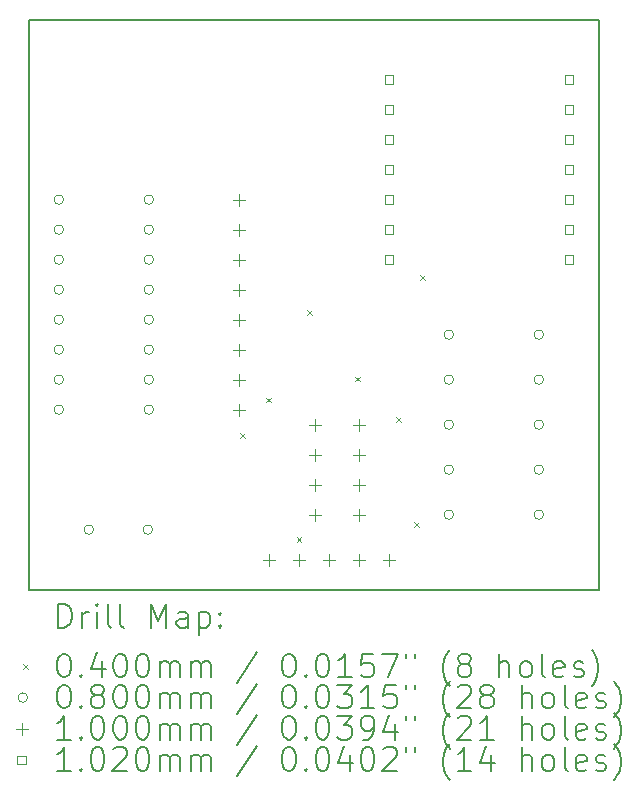
<source format=gbr>
%TF.GenerationSoftware,KiCad,Pcbnew,7.0.7*%
%TF.CreationDate,2024-02-28T11:46:21+01:00*%
%TF.ProjectId,brick_test,62726963-6b5f-4746-9573-742e6b696361,rev?*%
%TF.SameCoordinates,Original*%
%TF.FileFunction,Drillmap*%
%TF.FilePolarity,Positive*%
%FSLAX45Y45*%
G04 Gerber Fmt 4.5, Leading zero omitted, Abs format (unit mm)*
G04 Created by KiCad (PCBNEW 7.0.7) date 2024-02-28 11:46:21*
%MOMM*%
%LPD*%
G01*
G04 APERTURE LIST*
%ADD10C,0.200000*%
%ADD11C,0.040000*%
%ADD12C,0.080000*%
%ADD13C,0.100000*%
%ADD14C,0.102000*%
G04 APERTURE END LIST*
D10*
X2794000Y-2794000D02*
X7620000Y-2794000D01*
X7620000Y-7620000D01*
X2794000Y-7620000D01*
X2794000Y-2794000D01*
D11*
X4586090Y-6296280D02*
X4626090Y-6336280D01*
X4626090Y-6296280D02*
X4586090Y-6336280D01*
X4806360Y-5993610D02*
X4846360Y-6033610D01*
X4846360Y-5993610D02*
X4806360Y-6033610D01*
X5061560Y-7178270D02*
X5101560Y-7218270D01*
X5101560Y-7178270D02*
X5061560Y-7218270D01*
X5153270Y-5252650D02*
X5193270Y-5292650D01*
X5193270Y-5252650D02*
X5153270Y-5292650D01*
X5559780Y-5815720D02*
X5599780Y-5855720D01*
X5599780Y-5815720D02*
X5559780Y-5855720D01*
X5903760Y-6162270D02*
X5943760Y-6202270D01*
X5943760Y-6162270D02*
X5903760Y-6202270D01*
X6057540Y-7046560D02*
X6097540Y-7086560D01*
X6097540Y-7046560D02*
X6057540Y-7086560D01*
X6104910Y-4957400D02*
X6144910Y-4997400D01*
X6144910Y-4957400D02*
X6104910Y-4997400D01*
D12*
X3088000Y-4318000D02*
G75*
G03*
X3088000Y-4318000I-40000J0D01*
G01*
X3088000Y-4572000D02*
G75*
G03*
X3088000Y-4572000I-40000J0D01*
G01*
X3088000Y-4826000D02*
G75*
G03*
X3088000Y-4826000I-40000J0D01*
G01*
X3088000Y-5080000D02*
G75*
G03*
X3088000Y-5080000I-40000J0D01*
G01*
X3088000Y-5334000D02*
G75*
G03*
X3088000Y-5334000I-40000J0D01*
G01*
X3088000Y-5588000D02*
G75*
G03*
X3088000Y-5588000I-40000J0D01*
G01*
X3088000Y-5842000D02*
G75*
G03*
X3088000Y-5842000I-40000J0D01*
G01*
X3088000Y-6096000D02*
G75*
G03*
X3088000Y-6096000I-40000J0D01*
G01*
X3342000Y-7112000D02*
G75*
G03*
X3342000Y-7112000I-40000J0D01*
G01*
X3842000Y-7112000D02*
G75*
G03*
X3842000Y-7112000I-40000J0D01*
G01*
X3850000Y-4318000D02*
G75*
G03*
X3850000Y-4318000I-40000J0D01*
G01*
X3850000Y-4572000D02*
G75*
G03*
X3850000Y-4572000I-40000J0D01*
G01*
X3850000Y-4826000D02*
G75*
G03*
X3850000Y-4826000I-40000J0D01*
G01*
X3850000Y-5080000D02*
G75*
G03*
X3850000Y-5080000I-40000J0D01*
G01*
X3850000Y-5334000D02*
G75*
G03*
X3850000Y-5334000I-40000J0D01*
G01*
X3850000Y-5588000D02*
G75*
G03*
X3850000Y-5588000I-40000J0D01*
G01*
X3850000Y-5842000D02*
G75*
G03*
X3850000Y-5842000I-40000J0D01*
G01*
X3850000Y-6096000D02*
G75*
G03*
X3850000Y-6096000I-40000J0D01*
G01*
X6390000Y-5461000D02*
G75*
G03*
X6390000Y-5461000I-40000J0D01*
G01*
X6390000Y-5842000D02*
G75*
G03*
X6390000Y-5842000I-40000J0D01*
G01*
X6390000Y-6223000D02*
G75*
G03*
X6390000Y-6223000I-40000J0D01*
G01*
X6390000Y-6604000D02*
G75*
G03*
X6390000Y-6604000I-40000J0D01*
G01*
X6390000Y-6985000D02*
G75*
G03*
X6390000Y-6985000I-40000J0D01*
G01*
X7152000Y-5461000D02*
G75*
G03*
X7152000Y-5461000I-40000J0D01*
G01*
X7152000Y-5842000D02*
G75*
G03*
X7152000Y-5842000I-40000J0D01*
G01*
X7152000Y-6223000D02*
G75*
G03*
X7152000Y-6223000I-40000J0D01*
G01*
X7152000Y-6604000D02*
G75*
G03*
X7152000Y-6604000I-40000J0D01*
G01*
X7152000Y-6985000D02*
G75*
G03*
X7152000Y-6985000I-40000J0D01*
G01*
D13*
X4572000Y-4268000D02*
X4572000Y-4368000D01*
X4522000Y-4318000D02*
X4622000Y-4318000D01*
X4572000Y-4522000D02*
X4572000Y-4622000D01*
X4522000Y-4572000D02*
X4622000Y-4572000D01*
X4572000Y-4776000D02*
X4572000Y-4876000D01*
X4522000Y-4826000D02*
X4622000Y-4826000D01*
X4572000Y-5030000D02*
X4572000Y-5130000D01*
X4522000Y-5080000D02*
X4622000Y-5080000D01*
X4572000Y-5284000D02*
X4572000Y-5384000D01*
X4522000Y-5334000D02*
X4622000Y-5334000D01*
X4572000Y-5538000D02*
X4572000Y-5638000D01*
X4522000Y-5588000D02*
X4622000Y-5588000D01*
X4572000Y-5792000D02*
X4572000Y-5892000D01*
X4522000Y-5842000D02*
X4622000Y-5842000D01*
X4572000Y-6046000D02*
X4572000Y-6146000D01*
X4522000Y-6096000D02*
X4622000Y-6096000D01*
X4826000Y-7316000D02*
X4826000Y-7416000D01*
X4776000Y-7366000D02*
X4876000Y-7366000D01*
X5080000Y-7316000D02*
X5080000Y-7416000D01*
X5030000Y-7366000D02*
X5130000Y-7366000D01*
X5214670Y-6173000D02*
X5214670Y-6273000D01*
X5164670Y-6223000D02*
X5264670Y-6223000D01*
X5214670Y-6427000D02*
X5214670Y-6527000D01*
X5164670Y-6477000D02*
X5264670Y-6477000D01*
X5214670Y-6681000D02*
X5214670Y-6781000D01*
X5164670Y-6731000D02*
X5264670Y-6731000D01*
X5214670Y-6935000D02*
X5214670Y-7035000D01*
X5164670Y-6985000D02*
X5264670Y-6985000D01*
X5334000Y-7316000D02*
X5334000Y-7416000D01*
X5284000Y-7366000D02*
X5384000Y-7366000D01*
X5588000Y-6173000D02*
X5588000Y-6273000D01*
X5538000Y-6223000D02*
X5638000Y-6223000D01*
X5588000Y-6427000D02*
X5588000Y-6527000D01*
X5538000Y-6477000D02*
X5638000Y-6477000D01*
X5588000Y-6681000D02*
X5588000Y-6781000D01*
X5538000Y-6731000D02*
X5638000Y-6731000D01*
X5588000Y-6935000D02*
X5588000Y-7035000D01*
X5538000Y-6985000D02*
X5638000Y-6985000D01*
X5588000Y-7316000D02*
X5588000Y-7416000D01*
X5538000Y-7366000D02*
X5638000Y-7366000D01*
X5842000Y-7316000D02*
X5842000Y-7416000D01*
X5792000Y-7366000D02*
X5892000Y-7366000D01*
D14*
X5878063Y-3338063D02*
X5878063Y-3265937D01*
X5805937Y-3265937D01*
X5805937Y-3338063D01*
X5878063Y-3338063D01*
X5878063Y-3592063D02*
X5878063Y-3519937D01*
X5805937Y-3519937D01*
X5805937Y-3592063D01*
X5878063Y-3592063D01*
X5878063Y-3846063D02*
X5878063Y-3773937D01*
X5805937Y-3773937D01*
X5805937Y-3846063D01*
X5878063Y-3846063D01*
X5878063Y-4100063D02*
X5878063Y-4027937D01*
X5805937Y-4027937D01*
X5805937Y-4100063D01*
X5878063Y-4100063D01*
X5878063Y-4354063D02*
X5878063Y-4281937D01*
X5805937Y-4281937D01*
X5805937Y-4354063D01*
X5878063Y-4354063D01*
X5878063Y-4608063D02*
X5878063Y-4535937D01*
X5805937Y-4535937D01*
X5805937Y-4608063D01*
X5878063Y-4608063D01*
X5878063Y-4862063D02*
X5878063Y-4789937D01*
X5805937Y-4789937D01*
X5805937Y-4862063D01*
X5878063Y-4862063D01*
X7402063Y-3338063D02*
X7402063Y-3265937D01*
X7329937Y-3265937D01*
X7329937Y-3338063D01*
X7402063Y-3338063D01*
X7402063Y-3592063D02*
X7402063Y-3519937D01*
X7329937Y-3519937D01*
X7329937Y-3592063D01*
X7402063Y-3592063D01*
X7402063Y-3846063D02*
X7402063Y-3773937D01*
X7329937Y-3773937D01*
X7329937Y-3846063D01*
X7402063Y-3846063D01*
X7402063Y-4100063D02*
X7402063Y-4027937D01*
X7329937Y-4027937D01*
X7329937Y-4100063D01*
X7402063Y-4100063D01*
X7402063Y-4354063D02*
X7402063Y-4281937D01*
X7329937Y-4281937D01*
X7329937Y-4354063D01*
X7402063Y-4354063D01*
X7402063Y-4608063D02*
X7402063Y-4535937D01*
X7329937Y-4535937D01*
X7329937Y-4608063D01*
X7402063Y-4608063D01*
X7402063Y-4862063D02*
X7402063Y-4789937D01*
X7329937Y-4789937D01*
X7329937Y-4862063D01*
X7402063Y-4862063D01*
D10*
X3044777Y-7941484D02*
X3044777Y-7741484D01*
X3044777Y-7741484D02*
X3092396Y-7741484D01*
X3092396Y-7741484D02*
X3120967Y-7751008D01*
X3120967Y-7751008D02*
X3140015Y-7770055D01*
X3140015Y-7770055D02*
X3149539Y-7789103D01*
X3149539Y-7789103D02*
X3159062Y-7827198D01*
X3159062Y-7827198D02*
X3159062Y-7855769D01*
X3159062Y-7855769D02*
X3149539Y-7893865D01*
X3149539Y-7893865D02*
X3140015Y-7912912D01*
X3140015Y-7912912D02*
X3120967Y-7931960D01*
X3120967Y-7931960D02*
X3092396Y-7941484D01*
X3092396Y-7941484D02*
X3044777Y-7941484D01*
X3244777Y-7941484D02*
X3244777Y-7808150D01*
X3244777Y-7846246D02*
X3254301Y-7827198D01*
X3254301Y-7827198D02*
X3263824Y-7817674D01*
X3263824Y-7817674D02*
X3282872Y-7808150D01*
X3282872Y-7808150D02*
X3301920Y-7808150D01*
X3368586Y-7941484D02*
X3368586Y-7808150D01*
X3368586Y-7741484D02*
X3359062Y-7751008D01*
X3359062Y-7751008D02*
X3368586Y-7760531D01*
X3368586Y-7760531D02*
X3378110Y-7751008D01*
X3378110Y-7751008D02*
X3368586Y-7741484D01*
X3368586Y-7741484D02*
X3368586Y-7760531D01*
X3492396Y-7941484D02*
X3473348Y-7931960D01*
X3473348Y-7931960D02*
X3463824Y-7912912D01*
X3463824Y-7912912D02*
X3463824Y-7741484D01*
X3597158Y-7941484D02*
X3578110Y-7931960D01*
X3578110Y-7931960D02*
X3568586Y-7912912D01*
X3568586Y-7912912D02*
X3568586Y-7741484D01*
X3825729Y-7941484D02*
X3825729Y-7741484D01*
X3825729Y-7741484D02*
X3892396Y-7884341D01*
X3892396Y-7884341D02*
X3959062Y-7741484D01*
X3959062Y-7741484D02*
X3959062Y-7941484D01*
X4140015Y-7941484D02*
X4140015Y-7836722D01*
X4140015Y-7836722D02*
X4130491Y-7817674D01*
X4130491Y-7817674D02*
X4111443Y-7808150D01*
X4111443Y-7808150D02*
X4073348Y-7808150D01*
X4073348Y-7808150D02*
X4054301Y-7817674D01*
X4140015Y-7931960D02*
X4120967Y-7941484D01*
X4120967Y-7941484D02*
X4073348Y-7941484D01*
X4073348Y-7941484D02*
X4054301Y-7931960D01*
X4054301Y-7931960D02*
X4044777Y-7912912D01*
X4044777Y-7912912D02*
X4044777Y-7893865D01*
X4044777Y-7893865D02*
X4054301Y-7874817D01*
X4054301Y-7874817D02*
X4073348Y-7865293D01*
X4073348Y-7865293D02*
X4120967Y-7865293D01*
X4120967Y-7865293D02*
X4140015Y-7855769D01*
X4235253Y-7808150D02*
X4235253Y-8008150D01*
X4235253Y-7817674D02*
X4254301Y-7808150D01*
X4254301Y-7808150D02*
X4292396Y-7808150D01*
X4292396Y-7808150D02*
X4311444Y-7817674D01*
X4311444Y-7817674D02*
X4320967Y-7827198D01*
X4320967Y-7827198D02*
X4330491Y-7846246D01*
X4330491Y-7846246D02*
X4330491Y-7903388D01*
X4330491Y-7903388D02*
X4320967Y-7922436D01*
X4320967Y-7922436D02*
X4311444Y-7931960D01*
X4311444Y-7931960D02*
X4292396Y-7941484D01*
X4292396Y-7941484D02*
X4254301Y-7941484D01*
X4254301Y-7941484D02*
X4235253Y-7931960D01*
X4416205Y-7922436D02*
X4425729Y-7931960D01*
X4425729Y-7931960D02*
X4416205Y-7941484D01*
X4416205Y-7941484D02*
X4406682Y-7931960D01*
X4406682Y-7931960D02*
X4416205Y-7922436D01*
X4416205Y-7922436D02*
X4416205Y-7941484D01*
X4416205Y-7817674D02*
X4425729Y-7827198D01*
X4425729Y-7827198D02*
X4416205Y-7836722D01*
X4416205Y-7836722D02*
X4406682Y-7827198D01*
X4406682Y-7827198D02*
X4416205Y-7817674D01*
X4416205Y-7817674D02*
X4416205Y-7836722D01*
D11*
X2744000Y-8250000D02*
X2784000Y-8290000D01*
X2784000Y-8250000D02*
X2744000Y-8290000D01*
D10*
X3082872Y-8161484D02*
X3101920Y-8161484D01*
X3101920Y-8161484D02*
X3120967Y-8171008D01*
X3120967Y-8171008D02*
X3130491Y-8180531D01*
X3130491Y-8180531D02*
X3140015Y-8199579D01*
X3140015Y-8199579D02*
X3149539Y-8237674D01*
X3149539Y-8237674D02*
X3149539Y-8285293D01*
X3149539Y-8285293D02*
X3140015Y-8323388D01*
X3140015Y-8323388D02*
X3130491Y-8342436D01*
X3130491Y-8342436D02*
X3120967Y-8351960D01*
X3120967Y-8351960D02*
X3101920Y-8361484D01*
X3101920Y-8361484D02*
X3082872Y-8361484D01*
X3082872Y-8361484D02*
X3063824Y-8351960D01*
X3063824Y-8351960D02*
X3054301Y-8342436D01*
X3054301Y-8342436D02*
X3044777Y-8323388D01*
X3044777Y-8323388D02*
X3035253Y-8285293D01*
X3035253Y-8285293D02*
X3035253Y-8237674D01*
X3035253Y-8237674D02*
X3044777Y-8199579D01*
X3044777Y-8199579D02*
X3054301Y-8180531D01*
X3054301Y-8180531D02*
X3063824Y-8171008D01*
X3063824Y-8171008D02*
X3082872Y-8161484D01*
X3235253Y-8342436D02*
X3244777Y-8351960D01*
X3244777Y-8351960D02*
X3235253Y-8361484D01*
X3235253Y-8361484D02*
X3225729Y-8351960D01*
X3225729Y-8351960D02*
X3235253Y-8342436D01*
X3235253Y-8342436D02*
X3235253Y-8361484D01*
X3416205Y-8228150D02*
X3416205Y-8361484D01*
X3368586Y-8151960D02*
X3320967Y-8294817D01*
X3320967Y-8294817D02*
X3444777Y-8294817D01*
X3559062Y-8161484D02*
X3578110Y-8161484D01*
X3578110Y-8161484D02*
X3597158Y-8171008D01*
X3597158Y-8171008D02*
X3606682Y-8180531D01*
X3606682Y-8180531D02*
X3616205Y-8199579D01*
X3616205Y-8199579D02*
X3625729Y-8237674D01*
X3625729Y-8237674D02*
X3625729Y-8285293D01*
X3625729Y-8285293D02*
X3616205Y-8323388D01*
X3616205Y-8323388D02*
X3606682Y-8342436D01*
X3606682Y-8342436D02*
X3597158Y-8351960D01*
X3597158Y-8351960D02*
X3578110Y-8361484D01*
X3578110Y-8361484D02*
X3559062Y-8361484D01*
X3559062Y-8361484D02*
X3540015Y-8351960D01*
X3540015Y-8351960D02*
X3530491Y-8342436D01*
X3530491Y-8342436D02*
X3520967Y-8323388D01*
X3520967Y-8323388D02*
X3511443Y-8285293D01*
X3511443Y-8285293D02*
X3511443Y-8237674D01*
X3511443Y-8237674D02*
X3520967Y-8199579D01*
X3520967Y-8199579D02*
X3530491Y-8180531D01*
X3530491Y-8180531D02*
X3540015Y-8171008D01*
X3540015Y-8171008D02*
X3559062Y-8161484D01*
X3749539Y-8161484D02*
X3768586Y-8161484D01*
X3768586Y-8161484D02*
X3787634Y-8171008D01*
X3787634Y-8171008D02*
X3797158Y-8180531D01*
X3797158Y-8180531D02*
X3806682Y-8199579D01*
X3806682Y-8199579D02*
X3816205Y-8237674D01*
X3816205Y-8237674D02*
X3816205Y-8285293D01*
X3816205Y-8285293D02*
X3806682Y-8323388D01*
X3806682Y-8323388D02*
X3797158Y-8342436D01*
X3797158Y-8342436D02*
X3787634Y-8351960D01*
X3787634Y-8351960D02*
X3768586Y-8361484D01*
X3768586Y-8361484D02*
X3749539Y-8361484D01*
X3749539Y-8361484D02*
X3730491Y-8351960D01*
X3730491Y-8351960D02*
X3720967Y-8342436D01*
X3720967Y-8342436D02*
X3711443Y-8323388D01*
X3711443Y-8323388D02*
X3701920Y-8285293D01*
X3701920Y-8285293D02*
X3701920Y-8237674D01*
X3701920Y-8237674D02*
X3711443Y-8199579D01*
X3711443Y-8199579D02*
X3720967Y-8180531D01*
X3720967Y-8180531D02*
X3730491Y-8171008D01*
X3730491Y-8171008D02*
X3749539Y-8161484D01*
X3901920Y-8361484D02*
X3901920Y-8228150D01*
X3901920Y-8247198D02*
X3911443Y-8237674D01*
X3911443Y-8237674D02*
X3930491Y-8228150D01*
X3930491Y-8228150D02*
X3959063Y-8228150D01*
X3959063Y-8228150D02*
X3978110Y-8237674D01*
X3978110Y-8237674D02*
X3987634Y-8256722D01*
X3987634Y-8256722D02*
X3987634Y-8361484D01*
X3987634Y-8256722D02*
X3997158Y-8237674D01*
X3997158Y-8237674D02*
X4016205Y-8228150D01*
X4016205Y-8228150D02*
X4044777Y-8228150D01*
X4044777Y-8228150D02*
X4063824Y-8237674D01*
X4063824Y-8237674D02*
X4073348Y-8256722D01*
X4073348Y-8256722D02*
X4073348Y-8361484D01*
X4168586Y-8361484D02*
X4168586Y-8228150D01*
X4168586Y-8247198D02*
X4178110Y-8237674D01*
X4178110Y-8237674D02*
X4197158Y-8228150D01*
X4197158Y-8228150D02*
X4225729Y-8228150D01*
X4225729Y-8228150D02*
X4244777Y-8237674D01*
X4244777Y-8237674D02*
X4254301Y-8256722D01*
X4254301Y-8256722D02*
X4254301Y-8361484D01*
X4254301Y-8256722D02*
X4263825Y-8237674D01*
X4263825Y-8237674D02*
X4282872Y-8228150D01*
X4282872Y-8228150D02*
X4311444Y-8228150D01*
X4311444Y-8228150D02*
X4330491Y-8237674D01*
X4330491Y-8237674D02*
X4340015Y-8256722D01*
X4340015Y-8256722D02*
X4340015Y-8361484D01*
X4730491Y-8151960D02*
X4559063Y-8409103D01*
X4987634Y-8161484D02*
X5006682Y-8161484D01*
X5006682Y-8161484D02*
X5025729Y-8171008D01*
X5025729Y-8171008D02*
X5035253Y-8180531D01*
X5035253Y-8180531D02*
X5044777Y-8199579D01*
X5044777Y-8199579D02*
X5054301Y-8237674D01*
X5054301Y-8237674D02*
X5054301Y-8285293D01*
X5054301Y-8285293D02*
X5044777Y-8323388D01*
X5044777Y-8323388D02*
X5035253Y-8342436D01*
X5035253Y-8342436D02*
X5025729Y-8351960D01*
X5025729Y-8351960D02*
X5006682Y-8361484D01*
X5006682Y-8361484D02*
X4987634Y-8361484D01*
X4987634Y-8361484D02*
X4968587Y-8351960D01*
X4968587Y-8351960D02*
X4959063Y-8342436D01*
X4959063Y-8342436D02*
X4949539Y-8323388D01*
X4949539Y-8323388D02*
X4940015Y-8285293D01*
X4940015Y-8285293D02*
X4940015Y-8237674D01*
X4940015Y-8237674D02*
X4949539Y-8199579D01*
X4949539Y-8199579D02*
X4959063Y-8180531D01*
X4959063Y-8180531D02*
X4968587Y-8171008D01*
X4968587Y-8171008D02*
X4987634Y-8161484D01*
X5140015Y-8342436D02*
X5149539Y-8351960D01*
X5149539Y-8351960D02*
X5140015Y-8361484D01*
X5140015Y-8361484D02*
X5130491Y-8351960D01*
X5130491Y-8351960D02*
X5140015Y-8342436D01*
X5140015Y-8342436D02*
X5140015Y-8361484D01*
X5273348Y-8161484D02*
X5292396Y-8161484D01*
X5292396Y-8161484D02*
X5311444Y-8171008D01*
X5311444Y-8171008D02*
X5320968Y-8180531D01*
X5320968Y-8180531D02*
X5330491Y-8199579D01*
X5330491Y-8199579D02*
X5340015Y-8237674D01*
X5340015Y-8237674D02*
X5340015Y-8285293D01*
X5340015Y-8285293D02*
X5330491Y-8323388D01*
X5330491Y-8323388D02*
X5320968Y-8342436D01*
X5320968Y-8342436D02*
X5311444Y-8351960D01*
X5311444Y-8351960D02*
X5292396Y-8361484D01*
X5292396Y-8361484D02*
X5273348Y-8361484D01*
X5273348Y-8361484D02*
X5254301Y-8351960D01*
X5254301Y-8351960D02*
X5244777Y-8342436D01*
X5244777Y-8342436D02*
X5235253Y-8323388D01*
X5235253Y-8323388D02*
X5225729Y-8285293D01*
X5225729Y-8285293D02*
X5225729Y-8237674D01*
X5225729Y-8237674D02*
X5235253Y-8199579D01*
X5235253Y-8199579D02*
X5244777Y-8180531D01*
X5244777Y-8180531D02*
X5254301Y-8171008D01*
X5254301Y-8171008D02*
X5273348Y-8161484D01*
X5530491Y-8361484D02*
X5416206Y-8361484D01*
X5473348Y-8361484D02*
X5473348Y-8161484D01*
X5473348Y-8161484D02*
X5454301Y-8190055D01*
X5454301Y-8190055D02*
X5435253Y-8209103D01*
X5435253Y-8209103D02*
X5416206Y-8218627D01*
X5711444Y-8161484D02*
X5616206Y-8161484D01*
X5616206Y-8161484D02*
X5606682Y-8256722D01*
X5606682Y-8256722D02*
X5616206Y-8247198D01*
X5616206Y-8247198D02*
X5635253Y-8237674D01*
X5635253Y-8237674D02*
X5682872Y-8237674D01*
X5682872Y-8237674D02*
X5701920Y-8247198D01*
X5701920Y-8247198D02*
X5711444Y-8256722D01*
X5711444Y-8256722D02*
X5720967Y-8275769D01*
X5720967Y-8275769D02*
X5720967Y-8323388D01*
X5720967Y-8323388D02*
X5711444Y-8342436D01*
X5711444Y-8342436D02*
X5701920Y-8351960D01*
X5701920Y-8351960D02*
X5682872Y-8361484D01*
X5682872Y-8361484D02*
X5635253Y-8361484D01*
X5635253Y-8361484D02*
X5616206Y-8351960D01*
X5616206Y-8351960D02*
X5606682Y-8342436D01*
X5787634Y-8161484D02*
X5920967Y-8161484D01*
X5920967Y-8161484D02*
X5835253Y-8361484D01*
X5987634Y-8161484D02*
X5987634Y-8199579D01*
X6063825Y-8161484D02*
X6063825Y-8199579D01*
X6359063Y-8437674D02*
X6349539Y-8428150D01*
X6349539Y-8428150D02*
X6330491Y-8399579D01*
X6330491Y-8399579D02*
X6320968Y-8380531D01*
X6320968Y-8380531D02*
X6311444Y-8351960D01*
X6311444Y-8351960D02*
X6301920Y-8304341D01*
X6301920Y-8304341D02*
X6301920Y-8266246D01*
X6301920Y-8266246D02*
X6311444Y-8218627D01*
X6311444Y-8218627D02*
X6320968Y-8190055D01*
X6320968Y-8190055D02*
X6330491Y-8171008D01*
X6330491Y-8171008D02*
X6349539Y-8142436D01*
X6349539Y-8142436D02*
X6359063Y-8132912D01*
X6463825Y-8247198D02*
X6444777Y-8237674D01*
X6444777Y-8237674D02*
X6435253Y-8228150D01*
X6435253Y-8228150D02*
X6425729Y-8209103D01*
X6425729Y-8209103D02*
X6425729Y-8199579D01*
X6425729Y-8199579D02*
X6435253Y-8180531D01*
X6435253Y-8180531D02*
X6444777Y-8171008D01*
X6444777Y-8171008D02*
X6463825Y-8161484D01*
X6463825Y-8161484D02*
X6501920Y-8161484D01*
X6501920Y-8161484D02*
X6520968Y-8171008D01*
X6520968Y-8171008D02*
X6530491Y-8180531D01*
X6530491Y-8180531D02*
X6540015Y-8199579D01*
X6540015Y-8199579D02*
X6540015Y-8209103D01*
X6540015Y-8209103D02*
X6530491Y-8228150D01*
X6530491Y-8228150D02*
X6520968Y-8237674D01*
X6520968Y-8237674D02*
X6501920Y-8247198D01*
X6501920Y-8247198D02*
X6463825Y-8247198D01*
X6463825Y-8247198D02*
X6444777Y-8256722D01*
X6444777Y-8256722D02*
X6435253Y-8266246D01*
X6435253Y-8266246D02*
X6425729Y-8285293D01*
X6425729Y-8285293D02*
X6425729Y-8323388D01*
X6425729Y-8323388D02*
X6435253Y-8342436D01*
X6435253Y-8342436D02*
X6444777Y-8351960D01*
X6444777Y-8351960D02*
X6463825Y-8361484D01*
X6463825Y-8361484D02*
X6501920Y-8361484D01*
X6501920Y-8361484D02*
X6520968Y-8351960D01*
X6520968Y-8351960D02*
X6530491Y-8342436D01*
X6530491Y-8342436D02*
X6540015Y-8323388D01*
X6540015Y-8323388D02*
X6540015Y-8285293D01*
X6540015Y-8285293D02*
X6530491Y-8266246D01*
X6530491Y-8266246D02*
X6520968Y-8256722D01*
X6520968Y-8256722D02*
X6501920Y-8247198D01*
X6778110Y-8361484D02*
X6778110Y-8161484D01*
X6863825Y-8361484D02*
X6863825Y-8256722D01*
X6863825Y-8256722D02*
X6854301Y-8237674D01*
X6854301Y-8237674D02*
X6835253Y-8228150D01*
X6835253Y-8228150D02*
X6806682Y-8228150D01*
X6806682Y-8228150D02*
X6787634Y-8237674D01*
X6787634Y-8237674D02*
X6778110Y-8247198D01*
X6987634Y-8361484D02*
X6968587Y-8351960D01*
X6968587Y-8351960D02*
X6959063Y-8342436D01*
X6959063Y-8342436D02*
X6949539Y-8323388D01*
X6949539Y-8323388D02*
X6949539Y-8266246D01*
X6949539Y-8266246D02*
X6959063Y-8247198D01*
X6959063Y-8247198D02*
X6968587Y-8237674D01*
X6968587Y-8237674D02*
X6987634Y-8228150D01*
X6987634Y-8228150D02*
X7016206Y-8228150D01*
X7016206Y-8228150D02*
X7035253Y-8237674D01*
X7035253Y-8237674D02*
X7044777Y-8247198D01*
X7044777Y-8247198D02*
X7054301Y-8266246D01*
X7054301Y-8266246D02*
X7054301Y-8323388D01*
X7054301Y-8323388D02*
X7044777Y-8342436D01*
X7044777Y-8342436D02*
X7035253Y-8351960D01*
X7035253Y-8351960D02*
X7016206Y-8361484D01*
X7016206Y-8361484D02*
X6987634Y-8361484D01*
X7168587Y-8361484D02*
X7149539Y-8351960D01*
X7149539Y-8351960D02*
X7140015Y-8332912D01*
X7140015Y-8332912D02*
X7140015Y-8161484D01*
X7320968Y-8351960D02*
X7301920Y-8361484D01*
X7301920Y-8361484D02*
X7263825Y-8361484D01*
X7263825Y-8361484D02*
X7244777Y-8351960D01*
X7244777Y-8351960D02*
X7235253Y-8332912D01*
X7235253Y-8332912D02*
X7235253Y-8256722D01*
X7235253Y-8256722D02*
X7244777Y-8237674D01*
X7244777Y-8237674D02*
X7263825Y-8228150D01*
X7263825Y-8228150D02*
X7301920Y-8228150D01*
X7301920Y-8228150D02*
X7320968Y-8237674D01*
X7320968Y-8237674D02*
X7330491Y-8256722D01*
X7330491Y-8256722D02*
X7330491Y-8275769D01*
X7330491Y-8275769D02*
X7235253Y-8294817D01*
X7406682Y-8351960D02*
X7425730Y-8361484D01*
X7425730Y-8361484D02*
X7463825Y-8361484D01*
X7463825Y-8361484D02*
X7482872Y-8351960D01*
X7482872Y-8351960D02*
X7492396Y-8332912D01*
X7492396Y-8332912D02*
X7492396Y-8323388D01*
X7492396Y-8323388D02*
X7482872Y-8304341D01*
X7482872Y-8304341D02*
X7463825Y-8294817D01*
X7463825Y-8294817D02*
X7435253Y-8294817D01*
X7435253Y-8294817D02*
X7416206Y-8285293D01*
X7416206Y-8285293D02*
X7406682Y-8266246D01*
X7406682Y-8266246D02*
X7406682Y-8256722D01*
X7406682Y-8256722D02*
X7416206Y-8237674D01*
X7416206Y-8237674D02*
X7435253Y-8228150D01*
X7435253Y-8228150D02*
X7463825Y-8228150D01*
X7463825Y-8228150D02*
X7482872Y-8237674D01*
X7559063Y-8437674D02*
X7568587Y-8428150D01*
X7568587Y-8428150D02*
X7587634Y-8399579D01*
X7587634Y-8399579D02*
X7597158Y-8380531D01*
X7597158Y-8380531D02*
X7606682Y-8351960D01*
X7606682Y-8351960D02*
X7616206Y-8304341D01*
X7616206Y-8304341D02*
X7616206Y-8266246D01*
X7616206Y-8266246D02*
X7606682Y-8218627D01*
X7606682Y-8218627D02*
X7597158Y-8190055D01*
X7597158Y-8190055D02*
X7587634Y-8171008D01*
X7587634Y-8171008D02*
X7568587Y-8142436D01*
X7568587Y-8142436D02*
X7559063Y-8132912D01*
D12*
X2784000Y-8534000D02*
G75*
G03*
X2784000Y-8534000I-40000J0D01*
G01*
D10*
X3082872Y-8425484D02*
X3101920Y-8425484D01*
X3101920Y-8425484D02*
X3120967Y-8435008D01*
X3120967Y-8435008D02*
X3130491Y-8444531D01*
X3130491Y-8444531D02*
X3140015Y-8463579D01*
X3140015Y-8463579D02*
X3149539Y-8501674D01*
X3149539Y-8501674D02*
X3149539Y-8549293D01*
X3149539Y-8549293D02*
X3140015Y-8587389D01*
X3140015Y-8587389D02*
X3130491Y-8606436D01*
X3130491Y-8606436D02*
X3120967Y-8615960D01*
X3120967Y-8615960D02*
X3101920Y-8625484D01*
X3101920Y-8625484D02*
X3082872Y-8625484D01*
X3082872Y-8625484D02*
X3063824Y-8615960D01*
X3063824Y-8615960D02*
X3054301Y-8606436D01*
X3054301Y-8606436D02*
X3044777Y-8587389D01*
X3044777Y-8587389D02*
X3035253Y-8549293D01*
X3035253Y-8549293D02*
X3035253Y-8501674D01*
X3035253Y-8501674D02*
X3044777Y-8463579D01*
X3044777Y-8463579D02*
X3054301Y-8444531D01*
X3054301Y-8444531D02*
X3063824Y-8435008D01*
X3063824Y-8435008D02*
X3082872Y-8425484D01*
X3235253Y-8606436D02*
X3244777Y-8615960D01*
X3244777Y-8615960D02*
X3235253Y-8625484D01*
X3235253Y-8625484D02*
X3225729Y-8615960D01*
X3225729Y-8615960D02*
X3235253Y-8606436D01*
X3235253Y-8606436D02*
X3235253Y-8625484D01*
X3359062Y-8511198D02*
X3340015Y-8501674D01*
X3340015Y-8501674D02*
X3330491Y-8492150D01*
X3330491Y-8492150D02*
X3320967Y-8473103D01*
X3320967Y-8473103D02*
X3320967Y-8463579D01*
X3320967Y-8463579D02*
X3330491Y-8444531D01*
X3330491Y-8444531D02*
X3340015Y-8435008D01*
X3340015Y-8435008D02*
X3359062Y-8425484D01*
X3359062Y-8425484D02*
X3397158Y-8425484D01*
X3397158Y-8425484D02*
X3416205Y-8435008D01*
X3416205Y-8435008D02*
X3425729Y-8444531D01*
X3425729Y-8444531D02*
X3435253Y-8463579D01*
X3435253Y-8463579D02*
X3435253Y-8473103D01*
X3435253Y-8473103D02*
X3425729Y-8492150D01*
X3425729Y-8492150D02*
X3416205Y-8501674D01*
X3416205Y-8501674D02*
X3397158Y-8511198D01*
X3397158Y-8511198D02*
X3359062Y-8511198D01*
X3359062Y-8511198D02*
X3340015Y-8520722D01*
X3340015Y-8520722D02*
X3330491Y-8530246D01*
X3330491Y-8530246D02*
X3320967Y-8549293D01*
X3320967Y-8549293D02*
X3320967Y-8587389D01*
X3320967Y-8587389D02*
X3330491Y-8606436D01*
X3330491Y-8606436D02*
X3340015Y-8615960D01*
X3340015Y-8615960D02*
X3359062Y-8625484D01*
X3359062Y-8625484D02*
X3397158Y-8625484D01*
X3397158Y-8625484D02*
X3416205Y-8615960D01*
X3416205Y-8615960D02*
X3425729Y-8606436D01*
X3425729Y-8606436D02*
X3435253Y-8587389D01*
X3435253Y-8587389D02*
X3435253Y-8549293D01*
X3435253Y-8549293D02*
X3425729Y-8530246D01*
X3425729Y-8530246D02*
X3416205Y-8520722D01*
X3416205Y-8520722D02*
X3397158Y-8511198D01*
X3559062Y-8425484D02*
X3578110Y-8425484D01*
X3578110Y-8425484D02*
X3597158Y-8435008D01*
X3597158Y-8435008D02*
X3606682Y-8444531D01*
X3606682Y-8444531D02*
X3616205Y-8463579D01*
X3616205Y-8463579D02*
X3625729Y-8501674D01*
X3625729Y-8501674D02*
X3625729Y-8549293D01*
X3625729Y-8549293D02*
X3616205Y-8587389D01*
X3616205Y-8587389D02*
X3606682Y-8606436D01*
X3606682Y-8606436D02*
X3597158Y-8615960D01*
X3597158Y-8615960D02*
X3578110Y-8625484D01*
X3578110Y-8625484D02*
X3559062Y-8625484D01*
X3559062Y-8625484D02*
X3540015Y-8615960D01*
X3540015Y-8615960D02*
X3530491Y-8606436D01*
X3530491Y-8606436D02*
X3520967Y-8587389D01*
X3520967Y-8587389D02*
X3511443Y-8549293D01*
X3511443Y-8549293D02*
X3511443Y-8501674D01*
X3511443Y-8501674D02*
X3520967Y-8463579D01*
X3520967Y-8463579D02*
X3530491Y-8444531D01*
X3530491Y-8444531D02*
X3540015Y-8435008D01*
X3540015Y-8435008D02*
X3559062Y-8425484D01*
X3749539Y-8425484D02*
X3768586Y-8425484D01*
X3768586Y-8425484D02*
X3787634Y-8435008D01*
X3787634Y-8435008D02*
X3797158Y-8444531D01*
X3797158Y-8444531D02*
X3806682Y-8463579D01*
X3806682Y-8463579D02*
X3816205Y-8501674D01*
X3816205Y-8501674D02*
X3816205Y-8549293D01*
X3816205Y-8549293D02*
X3806682Y-8587389D01*
X3806682Y-8587389D02*
X3797158Y-8606436D01*
X3797158Y-8606436D02*
X3787634Y-8615960D01*
X3787634Y-8615960D02*
X3768586Y-8625484D01*
X3768586Y-8625484D02*
X3749539Y-8625484D01*
X3749539Y-8625484D02*
X3730491Y-8615960D01*
X3730491Y-8615960D02*
X3720967Y-8606436D01*
X3720967Y-8606436D02*
X3711443Y-8587389D01*
X3711443Y-8587389D02*
X3701920Y-8549293D01*
X3701920Y-8549293D02*
X3701920Y-8501674D01*
X3701920Y-8501674D02*
X3711443Y-8463579D01*
X3711443Y-8463579D02*
X3720967Y-8444531D01*
X3720967Y-8444531D02*
X3730491Y-8435008D01*
X3730491Y-8435008D02*
X3749539Y-8425484D01*
X3901920Y-8625484D02*
X3901920Y-8492150D01*
X3901920Y-8511198D02*
X3911443Y-8501674D01*
X3911443Y-8501674D02*
X3930491Y-8492150D01*
X3930491Y-8492150D02*
X3959063Y-8492150D01*
X3959063Y-8492150D02*
X3978110Y-8501674D01*
X3978110Y-8501674D02*
X3987634Y-8520722D01*
X3987634Y-8520722D02*
X3987634Y-8625484D01*
X3987634Y-8520722D02*
X3997158Y-8501674D01*
X3997158Y-8501674D02*
X4016205Y-8492150D01*
X4016205Y-8492150D02*
X4044777Y-8492150D01*
X4044777Y-8492150D02*
X4063824Y-8501674D01*
X4063824Y-8501674D02*
X4073348Y-8520722D01*
X4073348Y-8520722D02*
X4073348Y-8625484D01*
X4168586Y-8625484D02*
X4168586Y-8492150D01*
X4168586Y-8511198D02*
X4178110Y-8501674D01*
X4178110Y-8501674D02*
X4197158Y-8492150D01*
X4197158Y-8492150D02*
X4225729Y-8492150D01*
X4225729Y-8492150D02*
X4244777Y-8501674D01*
X4244777Y-8501674D02*
X4254301Y-8520722D01*
X4254301Y-8520722D02*
X4254301Y-8625484D01*
X4254301Y-8520722D02*
X4263825Y-8501674D01*
X4263825Y-8501674D02*
X4282872Y-8492150D01*
X4282872Y-8492150D02*
X4311444Y-8492150D01*
X4311444Y-8492150D02*
X4330491Y-8501674D01*
X4330491Y-8501674D02*
X4340015Y-8520722D01*
X4340015Y-8520722D02*
X4340015Y-8625484D01*
X4730491Y-8415960D02*
X4559063Y-8673103D01*
X4987634Y-8425484D02*
X5006682Y-8425484D01*
X5006682Y-8425484D02*
X5025729Y-8435008D01*
X5025729Y-8435008D02*
X5035253Y-8444531D01*
X5035253Y-8444531D02*
X5044777Y-8463579D01*
X5044777Y-8463579D02*
X5054301Y-8501674D01*
X5054301Y-8501674D02*
X5054301Y-8549293D01*
X5054301Y-8549293D02*
X5044777Y-8587389D01*
X5044777Y-8587389D02*
X5035253Y-8606436D01*
X5035253Y-8606436D02*
X5025729Y-8615960D01*
X5025729Y-8615960D02*
X5006682Y-8625484D01*
X5006682Y-8625484D02*
X4987634Y-8625484D01*
X4987634Y-8625484D02*
X4968587Y-8615960D01*
X4968587Y-8615960D02*
X4959063Y-8606436D01*
X4959063Y-8606436D02*
X4949539Y-8587389D01*
X4949539Y-8587389D02*
X4940015Y-8549293D01*
X4940015Y-8549293D02*
X4940015Y-8501674D01*
X4940015Y-8501674D02*
X4949539Y-8463579D01*
X4949539Y-8463579D02*
X4959063Y-8444531D01*
X4959063Y-8444531D02*
X4968587Y-8435008D01*
X4968587Y-8435008D02*
X4987634Y-8425484D01*
X5140015Y-8606436D02*
X5149539Y-8615960D01*
X5149539Y-8615960D02*
X5140015Y-8625484D01*
X5140015Y-8625484D02*
X5130491Y-8615960D01*
X5130491Y-8615960D02*
X5140015Y-8606436D01*
X5140015Y-8606436D02*
X5140015Y-8625484D01*
X5273348Y-8425484D02*
X5292396Y-8425484D01*
X5292396Y-8425484D02*
X5311444Y-8435008D01*
X5311444Y-8435008D02*
X5320968Y-8444531D01*
X5320968Y-8444531D02*
X5330491Y-8463579D01*
X5330491Y-8463579D02*
X5340015Y-8501674D01*
X5340015Y-8501674D02*
X5340015Y-8549293D01*
X5340015Y-8549293D02*
X5330491Y-8587389D01*
X5330491Y-8587389D02*
X5320968Y-8606436D01*
X5320968Y-8606436D02*
X5311444Y-8615960D01*
X5311444Y-8615960D02*
X5292396Y-8625484D01*
X5292396Y-8625484D02*
X5273348Y-8625484D01*
X5273348Y-8625484D02*
X5254301Y-8615960D01*
X5254301Y-8615960D02*
X5244777Y-8606436D01*
X5244777Y-8606436D02*
X5235253Y-8587389D01*
X5235253Y-8587389D02*
X5225729Y-8549293D01*
X5225729Y-8549293D02*
X5225729Y-8501674D01*
X5225729Y-8501674D02*
X5235253Y-8463579D01*
X5235253Y-8463579D02*
X5244777Y-8444531D01*
X5244777Y-8444531D02*
X5254301Y-8435008D01*
X5254301Y-8435008D02*
X5273348Y-8425484D01*
X5406682Y-8425484D02*
X5530491Y-8425484D01*
X5530491Y-8425484D02*
X5463825Y-8501674D01*
X5463825Y-8501674D02*
X5492396Y-8501674D01*
X5492396Y-8501674D02*
X5511444Y-8511198D01*
X5511444Y-8511198D02*
X5520968Y-8520722D01*
X5520968Y-8520722D02*
X5530491Y-8539770D01*
X5530491Y-8539770D02*
X5530491Y-8587389D01*
X5530491Y-8587389D02*
X5520968Y-8606436D01*
X5520968Y-8606436D02*
X5511444Y-8615960D01*
X5511444Y-8615960D02*
X5492396Y-8625484D01*
X5492396Y-8625484D02*
X5435253Y-8625484D01*
X5435253Y-8625484D02*
X5416206Y-8615960D01*
X5416206Y-8615960D02*
X5406682Y-8606436D01*
X5720967Y-8625484D02*
X5606682Y-8625484D01*
X5663825Y-8625484D02*
X5663825Y-8425484D01*
X5663825Y-8425484D02*
X5644777Y-8454055D01*
X5644777Y-8454055D02*
X5625729Y-8473103D01*
X5625729Y-8473103D02*
X5606682Y-8482627D01*
X5901920Y-8425484D02*
X5806682Y-8425484D01*
X5806682Y-8425484D02*
X5797158Y-8520722D01*
X5797158Y-8520722D02*
X5806682Y-8511198D01*
X5806682Y-8511198D02*
X5825729Y-8501674D01*
X5825729Y-8501674D02*
X5873348Y-8501674D01*
X5873348Y-8501674D02*
X5892396Y-8511198D01*
X5892396Y-8511198D02*
X5901920Y-8520722D01*
X5901920Y-8520722D02*
X5911444Y-8539770D01*
X5911444Y-8539770D02*
X5911444Y-8587389D01*
X5911444Y-8587389D02*
X5901920Y-8606436D01*
X5901920Y-8606436D02*
X5892396Y-8615960D01*
X5892396Y-8615960D02*
X5873348Y-8625484D01*
X5873348Y-8625484D02*
X5825729Y-8625484D01*
X5825729Y-8625484D02*
X5806682Y-8615960D01*
X5806682Y-8615960D02*
X5797158Y-8606436D01*
X5987634Y-8425484D02*
X5987634Y-8463579D01*
X6063825Y-8425484D02*
X6063825Y-8463579D01*
X6359063Y-8701674D02*
X6349539Y-8692150D01*
X6349539Y-8692150D02*
X6330491Y-8663579D01*
X6330491Y-8663579D02*
X6320968Y-8644531D01*
X6320968Y-8644531D02*
X6311444Y-8615960D01*
X6311444Y-8615960D02*
X6301920Y-8568341D01*
X6301920Y-8568341D02*
X6301920Y-8530246D01*
X6301920Y-8530246D02*
X6311444Y-8482627D01*
X6311444Y-8482627D02*
X6320968Y-8454055D01*
X6320968Y-8454055D02*
X6330491Y-8435008D01*
X6330491Y-8435008D02*
X6349539Y-8406436D01*
X6349539Y-8406436D02*
X6359063Y-8396912D01*
X6425729Y-8444531D02*
X6435253Y-8435008D01*
X6435253Y-8435008D02*
X6454301Y-8425484D01*
X6454301Y-8425484D02*
X6501920Y-8425484D01*
X6501920Y-8425484D02*
X6520968Y-8435008D01*
X6520968Y-8435008D02*
X6530491Y-8444531D01*
X6530491Y-8444531D02*
X6540015Y-8463579D01*
X6540015Y-8463579D02*
X6540015Y-8482627D01*
X6540015Y-8482627D02*
X6530491Y-8511198D01*
X6530491Y-8511198D02*
X6416206Y-8625484D01*
X6416206Y-8625484D02*
X6540015Y-8625484D01*
X6654301Y-8511198D02*
X6635253Y-8501674D01*
X6635253Y-8501674D02*
X6625729Y-8492150D01*
X6625729Y-8492150D02*
X6616206Y-8473103D01*
X6616206Y-8473103D02*
X6616206Y-8463579D01*
X6616206Y-8463579D02*
X6625729Y-8444531D01*
X6625729Y-8444531D02*
X6635253Y-8435008D01*
X6635253Y-8435008D02*
X6654301Y-8425484D01*
X6654301Y-8425484D02*
X6692396Y-8425484D01*
X6692396Y-8425484D02*
X6711444Y-8435008D01*
X6711444Y-8435008D02*
X6720968Y-8444531D01*
X6720968Y-8444531D02*
X6730491Y-8463579D01*
X6730491Y-8463579D02*
X6730491Y-8473103D01*
X6730491Y-8473103D02*
X6720968Y-8492150D01*
X6720968Y-8492150D02*
X6711444Y-8501674D01*
X6711444Y-8501674D02*
X6692396Y-8511198D01*
X6692396Y-8511198D02*
X6654301Y-8511198D01*
X6654301Y-8511198D02*
X6635253Y-8520722D01*
X6635253Y-8520722D02*
X6625729Y-8530246D01*
X6625729Y-8530246D02*
X6616206Y-8549293D01*
X6616206Y-8549293D02*
X6616206Y-8587389D01*
X6616206Y-8587389D02*
X6625729Y-8606436D01*
X6625729Y-8606436D02*
X6635253Y-8615960D01*
X6635253Y-8615960D02*
X6654301Y-8625484D01*
X6654301Y-8625484D02*
X6692396Y-8625484D01*
X6692396Y-8625484D02*
X6711444Y-8615960D01*
X6711444Y-8615960D02*
X6720968Y-8606436D01*
X6720968Y-8606436D02*
X6730491Y-8587389D01*
X6730491Y-8587389D02*
X6730491Y-8549293D01*
X6730491Y-8549293D02*
X6720968Y-8530246D01*
X6720968Y-8530246D02*
X6711444Y-8520722D01*
X6711444Y-8520722D02*
X6692396Y-8511198D01*
X6968587Y-8625484D02*
X6968587Y-8425484D01*
X7054301Y-8625484D02*
X7054301Y-8520722D01*
X7054301Y-8520722D02*
X7044777Y-8501674D01*
X7044777Y-8501674D02*
X7025730Y-8492150D01*
X7025730Y-8492150D02*
X6997158Y-8492150D01*
X6997158Y-8492150D02*
X6978110Y-8501674D01*
X6978110Y-8501674D02*
X6968587Y-8511198D01*
X7178110Y-8625484D02*
X7159063Y-8615960D01*
X7159063Y-8615960D02*
X7149539Y-8606436D01*
X7149539Y-8606436D02*
X7140015Y-8587389D01*
X7140015Y-8587389D02*
X7140015Y-8530246D01*
X7140015Y-8530246D02*
X7149539Y-8511198D01*
X7149539Y-8511198D02*
X7159063Y-8501674D01*
X7159063Y-8501674D02*
X7178110Y-8492150D01*
X7178110Y-8492150D02*
X7206682Y-8492150D01*
X7206682Y-8492150D02*
X7225730Y-8501674D01*
X7225730Y-8501674D02*
X7235253Y-8511198D01*
X7235253Y-8511198D02*
X7244777Y-8530246D01*
X7244777Y-8530246D02*
X7244777Y-8587389D01*
X7244777Y-8587389D02*
X7235253Y-8606436D01*
X7235253Y-8606436D02*
X7225730Y-8615960D01*
X7225730Y-8615960D02*
X7206682Y-8625484D01*
X7206682Y-8625484D02*
X7178110Y-8625484D01*
X7359063Y-8625484D02*
X7340015Y-8615960D01*
X7340015Y-8615960D02*
X7330491Y-8596912D01*
X7330491Y-8596912D02*
X7330491Y-8425484D01*
X7511444Y-8615960D02*
X7492396Y-8625484D01*
X7492396Y-8625484D02*
X7454301Y-8625484D01*
X7454301Y-8625484D02*
X7435253Y-8615960D01*
X7435253Y-8615960D02*
X7425730Y-8596912D01*
X7425730Y-8596912D02*
X7425730Y-8520722D01*
X7425730Y-8520722D02*
X7435253Y-8501674D01*
X7435253Y-8501674D02*
X7454301Y-8492150D01*
X7454301Y-8492150D02*
X7492396Y-8492150D01*
X7492396Y-8492150D02*
X7511444Y-8501674D01*
X7511444Y-8501674D02*
X7520968Y-8520722D01*
X7520968Y-8520722D02*
X7520968Y-8539770D01*
X7520968Y-8539770D02*
X7425730Y-8558817D01*
X7597158Y-8615960D02*
X7616206Y-8625484D01*
X7616206Y-8625484D02*
X7654301Y-8625484D01*
X7654301Y-8625484D02*
X7673349Y-8615960D01*
X7673349Y-8615960D02*
X7682872Y-8596912D01*
X7682872Y-8596912D02*
X7682872Y-8587389D01*
X7682872Y-8587389D02*
X7673349Y-8568341D01*
X7673349Y-8568341D02*
X7654301Y-8558817D01*
X7654301Y-8558817D02*
X7625730Y-8558817D01*
X7625730Y-8558817D02*
X7606682Y-8549293D01*
X7606682Y-8549293D02*
X7597158Y-8530246D01*
X7597158Y-8530246D02*
X7597158Y-8520722D01*
X7597158Y-8520722D02*
X7606682Y-8501674D01*
X7606682Y-8501674D02*
X7625730Y-8492150D01*
X7625730Y-8492150D02*
X7654301Y-8492150D01*
X7654301Y-8492150D02*
X7673349Y-8501674D01*
X7749539Y-8701674D02*
X7759063Y-8692150D01*
X7759063Y-8692150D02*
X7778111Y-8663579D01*
X7778111Y-8663579D02*
X7787634Y-8644531D01*
X7787634Y-8644531D02*
X7797158Y-8615960D01*
X7797158Y-8615960D02*
X7806682Y-8568341D01*
X7806682Y-8568341D02*
X7806682Y-8530246D01*
X7806682Y-8530246D02*
X7797158Y-8482627D01*
X7797158Y-8482627D02*
X7787634Y-8454055D01*
X7787634Y-8454055D02*
X7778111Y-8435008D01*
X7778111Y-8435008D02*
X7759063Y-8406436D01*
X7759063Y-8406436D02*
X7749539Y-8396912D01*
D13*
X2734000Y-8748000D02*
X2734000Y-8848000D01*
X2684000Y-8798000D02*
X2784000Y-8798000D01*
D10*
X3149539Y-8889484D02*
X3035253Y-8889484D01*
X3092396Y-8889484D02*
X3092396Y-8689484D01*
X3092396Y-8689484D02*
X3073348Y-8718055D01*
X3073348Y-8718055D02*
X3054301Y-8737103D01*
X3054301Y-8737103D02*
X3035253Y-8746627D01*
X3235253Y-8870436D02*
X3244777Y-8879960D01*
X3244777Y-8879960D02*
X3235253Y-8889484D01*
X3235253Y-8889484D02*
X3225729Y-8879960D01*
X3225729Y-8879960D02*
X3235253Y-8870436D01*
X3235253Y-8870436D02*
X3235253Y-8889484D01*
X3368586Y-8689484D02*
X3387634Y-8689484D01*
X3387634Y-8689484D02*
X3406682Y-8699008D01*
X3406682Y-8699008D02*
X3416205Y-8708531D01*
X3416205Y-8708531D02*
X3425729Y-8727579D01*
X3425729Y-8727579D02*
X3435253Y-8765674D01*
X3435253Y-8765674D02*
X3435253Y-8813293D01*
X3435253Y-8813293D02*
X3425729Y-8851389D01*
X3425729Y-8851389D02*
X3416205Y-8870436D01*
X3416205Y-8870436D02*
X3406682Y-8879960D01*
X3406682Y-8879960D02*
X3387634Y-8889484D01*
X3387634Y-8889484D02*
X3368586Y-8889484D01*
X3368586Y-8889484D02*
X3349539Y-8879960D01*
X3349539Y-8879960D02*
X3340015Y-8870436D01*
X3340015Y-8870436D02*
X3330491Y-8851389D01*
X3330491Y-8851389D02*
X3320967Y-8813293D01*
X3320967Y-8813293D02*
X3320967Y-8765674D01*
X3320967Y-8765674D02*
X3330491Y-8727579D01*
X3330491Y-8727579D02*
X3340015Y-8708531D01*
X3340015Y-8708531D02*
X3349539Y-8699008D01*
X3349539Y-8699008D02*
X3368586Y-8689484D01*
X3559062Y-8689484D02*
X3578110Y-8689484D01*
X3578110Y-8689484D02*
X3597158Y-8699008D01*
X3597158Y-8699008D02*
X3606682Y-8708531D01*
X3606682Y-8708531D02*
X3616205Y-8727579D01*
X3616205Y-8727579D02*
X3625729Y-8765674D01*
X3625729Y-8765674D02*
X3625729Y-8813293D01*
X3625729Y-8813293D02*
X3616205Y-8851389D01*
X3616205Y-8851389D02*
X3606682Y-8870436D01*
X3606682Y-8870436D02*
X3597158Y-8879960D01*
X3597158Y-8879960D02*
X3578110Y-8889484D01*
X3578110Y-8889484D02*
X3559062Y-8889484D01*
X3559062Y-8889484D02*
X3540015Y-8879960D01*
X3540015Y-8879960D02*
X3530491Y-8870436D01*
X3530491Y-8870436D02*
X3520967Y-8851389D01*
X3520967Y-8851389D02*
X3511443Y-8813293D01*
X3511443Y-8813293D02*
X3511443Y-8765674D01*
X3511443Y-8765674D02*
X3520967Y-8727579D01*
X3520967Y-8727579D02*
X3530491Y-8708531D01*
X3530491Y-8708531D02*
X3540015Y-8699008D01*
X3540015Y-8699008D02*
X3559062Y-8689484D01*
X3749539Y-8689484D02*
X3768586Y-8689484D01*
X3768586Y-8689484D02*
X3787634Y-8699008D01*
X3787634Y-8699008D02*
X3797158Y-8708531D01*
X3797158Y-8708531D02*
X3806682Y-8727579D01*
X3806682Y-8727579D02*
X3816205Y-8765674D01*
X3816205Y-8765674D02*
X3816205Y-8813293D01*
X3816205Y-8813293D02*
X3806682Y-8851389D01*
X3806682Y-8851389D02*
X3797158Y-8870436D01*
X3797158Y-8870436D02*
X3787634Y-8879960D01*
X3787634Y-8879960D02*
X3768586Y-8889484D01*
X3768586Y-8889484D02*
X3749539Y-8889484D01*
X3749539Y-8889484D02*
X3730491Y-8879960D01*
X3730491Y-8879960D02*
X3720967Y-8870436D01*
X3720967Y-8870436D02*
X3711443Y-8851389D01*
X3711443Y-8851389D02*
X3701920Y-8813293D01*
X3701920Y-8813293D02*
X3701920Y-8765674D01*
X3701920Y-8765674D02*
X3711443Y-8727579D01*
X3711443Y-8727579D02*
X3720967Y-8708531D01*
X3720967Y-8708531D02*
X3730491Y-8699008D01*
X3730491Y-8699008D02*
X3749539Y-8689484D01*
X3901920Y-8889484D02*
X3901920Y-8756150D01*
X3901920Y-8775198D02*
X3911443Y-8765674D01*
X3911443Y-8765674D02*
X3930491Y-8756150D01*
X3930491Y-8756150D02*
X3959063Y-8756150D01*
X3959063Y-8756150D02*
X3978110Y-8765674D01*
X3978110Y-8765674D02*
X3987634Y-8784722D01*
X3987634Y-8784722D02*
X3987634Y-8889484D01*
X3987634Y-8784722D02*
X3997158Y-8765674D01*
X3997158Y-8765674D02*
X4016205Y-8756150D01*
X4016205Y-8756150D02*
X4044777Y-8756150D01*
X4044777Y-8756150D02*
X4063824Y-8765674D01*
X4063824Y-8765674D02*
X4073348Y-8784722D01*
X4073348Y-8784722D02*
X4073348Y-8889484D01*
X4168586Y-8889484D02*
X4168586Y-8756150D01*
X4168586Y-8775198D02*
X4178110Y-8765674D01*
X4178110Y-8765674D02*
X4197158Y-8756150D01*
X4197158Y-8756150D02*
X4225729Y-8756150D01*
X4225729Y-8756150D02*
X4244777Y-8765674D01*
X4244777Y-8765674D02*
X4254301Y-8784722D01*
X4254301Y-8784722D02*
X4254301Y-8889484D01*
X4254301Y-8784722D02*
X4263825Y-8765674D01*
X4263825Y-8765674D02*
X4282872Y-8756150D01*
X4282872Y-8756150D02*
X4311444Y-8756150D01*
X4311444Y-8756150D02*
X4330491Y-8765674D01*
X4330491Y-8765674D02*
X4340015Y-8784722D01*
X4340015Y-8784722D02*
X4340015Y-8889484D01*
X4730491Y-8679960D02*
X4559063Y-8937103D01*
X4987634Y-8689484D02*
X5006682Y-8689484D01*
X5006682Y-8689484D02*
X5025729Y-8699008D01*
X5025729Y-8699008D02*
X5035253Y-8708531D01*
X5035253Y-8708531D02*
X5044777Y-8727579D01*
X5044777Y-8727579D02*
X5054301Y-8765674D01*
X5054301Y-8765674D02*
X5054301Y-8813293D01*
X5054301Y-8813293D02*
X5044777Y-8851389D01*
X5044777Y-8851389D02*
X5035253Y-8870436D01*
X5035253Y-8870436D02*
X5025729Y-8879960D01*
X5025729Y-8879960D02*
X5006682Y-8889484D01*
X5006682Y-8889484D02*
X4987634Y-8889484D01*
X4987634Y-8889484D02*
X4968587Y-8879960D01*
X4968587Y-8879960D02*
X4959063Y-8870436D01*
X4959063Y-8870436D02*
X4949539Y-8851389D01*
X4949539Y-8851389D02*
X4940015Y-8813293D01*
X4940015Y-8813293D02*
X4940015Y-8765674D01*
X4940015Y-8765674D02*
X4949539Y-8727579D01*
X4949539Y-8727579D02*
X4959063Y-8708531D01*
X4959063Y-8708531D02*
X4968587Y-8699008D01*
X4968587Y-8699008D02*
X4987634Y-8689484D01*
X5140015Y-8870436D02*
X5149539Y-8879960D01*
X5149539Y-8879960D02*
X5140015Y-8889484D01*
X5140015Y-8889484D02*
X5130491Y-8879960D01*
X5130491Y-8879960D02*
X5140015Y-8870436D01*
X5140015Y-8870436D02*
X5140015Y-8889484D01*
X5273348Y-8689484D02*
X5292396Y-8689484D01*
X5292396Y-8689484D02*
X5311444Y-8699008D01*
X5311444Y-8699008D02*
X5320968Y-8708531D01*
X5320968Y-8708531D02*
X5330491Y-8727579D01*
X5330491Y-8727579D02*
X5340015Y-8765674D01*
X5340015Y-8765674D02*
X5340015Y-8813293D01*
X5340015Y-8813293D02*
X5330491Y-8851389D01*
X5330491Y-8851389D02*
X5320968Y-8870436D01*
X5320968Y-8870436D02*
X5311444Y-8879960D01*
X5311444Y-8879960D02*
X5292396Y-8889484D01*
X5292396Y-8889484D02*
X5273348Y-8889484D01*
X5273348Y-8889484D02*
X5254301Y-8879960D01*
X5254301Y-8879960D02*
X5244777Y-8870436D01*
X5244777Y-8870436D02*
X5235253Y-8851389D01*
X5235253Y-8851389D02*
X5225729Y-8813293D01*
X5225729Y-8813293D02*
X5225729Y-8765674D01*
X5225729Y-8765674D02*
X5235253Y-8727579D01*
X5235253Y-8727579D02*
X5244777Y-8708531D01*
X5244777Y-8708531D02*
X5254301Y-8699008D01*
X5254301Y-8699008D02*
X5273348Y-8689484D01*
X5406682Y-8689484D02*
X5530491Y-8689484D01*
X5530491Y-8689484D02*
X5463825Y-8765674D01*
X5463825Y-8765674D02*
X5492396Y-8765674D01*
X5492396Y-8765674D02*
X5511444Y-8775198D01*
X5511444Y-8775198D02*
X5520968Y-8784722D01*
X5520968Y-8784722D02*
X5530491Y-8803770D01*
X5530491Y-8803770D02*
X5530491Y-8851389D01*
X5530491Y-8851389D02*
X5520968Y-8870436D01*
X5520968Y-8870436D02*
X5511444Y-8879960D01*
X5511444Y-8879960D02*
X5492396Y-8889484D01*
X5492396Y-8889484D02*
X5435253Y-8889484D01*
X5435253Y-8889484D02*
X5416206Y-8879960D01*
X5416206Y-8879960D02*
X5406682Y-8870436D01*
X5625729Y-8889484D02*
X5663825Y-8889484D01*
X5663825Y-8889484D02*
X5682872Y-8879960D01*
X5682872Y-8879960D02*
X5692396Y-8870436D01*
X5692396Y-8870436D02*
X5711444Y-8841865D01*
X5711444Y-8841865D02*
X5720967Y-8803770D01*
X5720967Y-8803770D02*
X5720967Y-8727579D01*
X5720967Y-8727579D02*
X5711444Y-8708531D01*
X5711444Y-8708531D02*
X5701920Y-8699008D01*
X5701920Y-8699008D02*
X5682872Y-8689484D01*
X5682872Y-8689484D02*
X5644777Y-8689484D01*
X5644777Y-8689484D02*
X5625729Y-8699008D01*
X5625729Y-8699008D02*
X5616206Y-8708531D01*
X5616206Y-8708531D02*
X5606682Y-8727579D01*
X5606682Y-8727579D02*
X5606682Y-8775198D01*
X5606682Y-8775198D02*
X5616206Y-8794246D01*
X5616206Y-8794246D02*
X5625729Y-8803770D01*
X5625729Y-8803770D02*
X5644777Y-8813293D01*
X5644777Y-8813293D02*
X5682872Y-8813293D01*
X5682872Y-8813293D02*
X5701920Y-8803770D01*
X5701920Y-8803770D02*
X5711444Y-8794246D01*
X5711444Y-8794246D02*
X5720967Y-8775198D01*
X5892396Y-8756150D02*
X5892396Y-8889484D01*
X5844777Y-8679960D02*
X5797158Y-8822817D01*
X5797158Y-8822817D02*
X5920967Y-8822817D01*
X5987634Y-8689484D02*
X5987634Y-8727579D01*
X6063825Y-8689484D02*
X6063825Y-8727579D01*
X6359063Y-8965674D02*
X6349539Y-8956150D01*
X6349539Y-8956150D02*
X6330491Y-8927579D01*
X6330491Y-8927579D02*
X6320968Y-8908531D01*
X6320968Y-8908531D02*
X6311444Y-8879960D01*
X6311444Y-8879960D02*
X6301920Y-8832341D01*
X6301920Y-8832341D02*
X6301920Y-8794246D01*
X6301920Y-8794246D02*
X6311444Y-8746627D01*
X6311444Y-8746627D02*
X6320968Y-8718055D01*
X6320968Y-8718055D02*
X6330491Y-8699008D01*
X6330491Y-8699008D02*
X6349539Y-8670436D01*
X6349539Y-8670436D02*
X6359063Y-8660912D01*
X6425729Y-8708531D02*
X6435253Y-8699008D01*
X6435253Y-8699008D02*
X6454301Y-8689484D01*
X6454301Y-8689484D02*
X6501920Y-8689484D01*
X6501920Y-8689484D02*
X6520968Y-8699008D01*
X6520968Y-8699008D02*
X6530491Y-8708531D01*
X6530491Y-8708531D02*
X6540015Y-8727579D01*
X6540015Y-8727579D02*
X6540015Y-8746627D01*
X6540015Y-8746627D02*
X6530491Y-8775198D01*
X6530491Y-8775198D02*
X6416206Y-8889484D01*
X6416206Y-8889484D02*
X6540015Y-8889484D01*
X6730491Y-8889484D02*
X6616206Y-8889484D01*
X6673348Y-8889484D02*
X6673348Y-8689484D01*
X6673348Y-8689484D02*
X6654301Y-8718055D01*
X6654301Y-8718055D02*
X6635253Y-8737103D01*
X6635253Y-8737103D02*
X6616206Y-8746627D01*
X6968587Y-8889484D02*
X6968587Y-8689484D01*
X7054301Y-8889484D02*
X7054301Y-8784722D01*
X7054301Y-8784722D02*
X7044777Y-8765674D01*
X7044777Y-8765674D02*
X7025730Y-8756150D01*
X7025730Y-8756150D02*
X6997158Y-8756150D01*
X6997158Y-8756150D02*
X6978110Y-8765674D01*
X6978110Y-8765674D02*
X6968587Y-8775198D01*
X7178110Y-8889484D02*
X7159063Y-8879960D01*
X7159063Y-8879960D02*
X7149539Y-8870436D01*
X7149539Y-8870436D02*
X7140015Y-8851389D01*
X7140015Y-8851389D02*
X7140015Y-8794246D01*
X7140015Y-8794246D02*
X7149539Y-8775198D01*
X7149539Y-8775198D02*
X7159063Y-8765674D01*
X7159063Y-8765674D02*
X7178110Y-8756150D01*
X7178110Y-8756150D02*
X7206682Y-8756150D01*
X7206682Y-8756150D02*
X7225730Y-8765674D01*
X7225730Y-8765674D02*
X7235253Y-8775198D01*
X7235253Y-8775198D02*
X7244777Y-8794246D01*
X7244777Y-8794246D02*
X7244777Y-8851389D01*
X7244777Y-8851389D02*
X7235253Y-8870436D01*
X7235253Y-8870436D02*
X7225730Y-8879960D01*
X7225730Y-8879960D02*
X7206682Y-8889484D01*
X7206682Y-8889484D02*
X7178110Y-8889484D01*
X7359063Y-8889484D02*
X7340015Y-8879960D01*
X7340015Y-8879960D02*
X7330491Y-8860912D01*
X7330491Y-8860912D02*
X7330491Y-8689484D01*
X7511444Y-8879960D02*
X7492396Y-8889484D01*
X7492396Y-8889484D02*
X7454301Y-8889484D01*
X7454301Y-8889484D02*
X7435253Y-8879960D01*
X7435253Y-8879960D02*
X7425730Y-8860912D01*
X7425730Y-8860912D02*
X7425730Y-8784722D01*
X7425730Y-8784722D02*
X7435253Y-8765674D01*
X7435253Y-8765674D02*
X7454301Y-8756150D01*
X7454301Y-8756150D02*
X7492396Y-8756150D01*
X7492396Y-8756150D02*
X7511444Y-8765674D01*
X7511444Y-8765674D02*
X7520968Y-8784722D01*
X7520968Y-8784722D02*
X7520968Y-8803770D01*
X7520968Y-8803770D02*
X7425730Y-8822817D01*
X7597158Y-8879960D02*
X7616206Y-8889484D01*
X7616206Y-8889484D02*
X7654301Y-8889484D01*
X7654301Y-8889484D02*
X7673349Y-8879960D01*
X7673349Y-8879960D02*
X7682872Y-8860912D01*
X7682872Y-8860912D02*
X7682872Y-8851389D01*
X7682872Y-8851389D02*
X7673349Y-8832341D01*
X7673349Y-8832341D02*
X7654301Y-8822817D01*
X7654301Y-8822817D02*
X7625730Y-8822817D01*
X7625730Y-8822817D02*
X7606682Y-8813293D01*
X7606682Y-8813293D02*
X7597158Y-8794246D01*
X7597158Y-8794246D02*
X7597158Y-8784722D01*
X7597158Y-8784722D02*
X7606682Y-8765674D01*
X7606682Y-8765674D02*
X7625730Y-8756150D01*
X7625730Y-8756150D02*
X7654301Y-8756150D01*
X7654301Y-8756150D02*
X7673349Y-8765674D01*
X7749539Y-8965674D02*
X7759063Y-8956150D01*
X7759063Y-8956150D02*
X7778111Y-8927579D01*
X7778111Y-8927579D02*
X7787634Y-8908531D01*
X7787634Y-8908531D02*
X7797158Y-8879960D01*
X7797158Y-8879960D02*
X7806682Y-8832341D01*
X7806682Y-8832341D02*
X7806682Y-8794246D01*
X7806682Y-8794246D02*
X7797158Y-8746627D01*
X7797158Y-8746627D02*
X7787634Y-8718055D01*
X7787634Y-8718055D02*
X7778111Y-8699008D01*
X7778111Y-8699008D02*
X7759063Y-8670436D01*
X7759063Y-8670436D02*
X7749539Y-8660912D01*
D14*
X2769063Y-9098063D02*
X2769063Y-9025937D01*
X2696937Y-9025937D01*
X2696937Y-9098063D01*
X2769063Y-9098063D01*
D10*
X3149539Y-9153484D02*
X3035253Y-9153484D01*
X3092396Y-9153484D02*
X3092396Y-8953484D01*
X3092396Y-8953484D02*
X3073348Y-8982055D01*
X3073348Y-8982055D02*
X3054301Y-9001103D01*
X3054301Y-9001103D02*
X3035253Y-9010627D01*
X3235253Y-9134436D02*
X3244777Y-9143960D01*
X3244777Y-9143960D02*
X3235253Y-9153484D01*
X3235253Y-9153484D02*
X3225729Y-9143960D01*
X3225729Y-9143960D02*
X3235253Y-9134436D01*
X3235253Y-9134436D02*
X3235253Y-9153484D01*
X3368586Y-8953484D02*
X3387634Y-8953484D01*
X3387634Y-8953484D02*
X3406682Y-8963008D01*
X3406682Y-8963008D02*
X3416205Y-8972531D01*
X3416205Y-8972531D02*
X3425729Y-8991579D01*
X3425729Y-8991579D02*
X3435253Y-9029674D01*
X3435253Y-9029674D02*
X3435253Y-9077293D01*
X3435253Y-9077293D02*
X3425729Y-9115389D01*
X3425729Y-9115389D02*
X3416205Y-9134436D01*
X3416205Y-9134436D02*
X3406682Y-9143960D01*
X3406682Y-9143960D02*
X3387634Y-9153484D01*
X3387634Y-9153484D02*
X3368586Y-9153484D01*
X3368586Y-9153484D02*
X3349539Y-9143960D01*
X3349539Y-9143960D02*
X3340015Y-9134436D01*
X3340015Y-9134436D02*
X3330491Y-9115389D01*
X3330491Y-9115389D02*
X3320967Y-9077293D01*
X3320967Y-9077293D02*
X3320967Y-9029674D01*
X3320967Y-9029674D02*
X3330491Y-8991579D01*
X3330491Y-8991579D02*
X3340015Y-8972531D01*
X3340015Y-8972531D02*
X3349539Y-8963008D01*
X3349539Y-8963008D02*
X3368586Y-8953484D01*
X3511443Y-8972531D02*
X3520967Y-8963008D01*
X3520967Y-8963008D02*
X3540015Y-8953484D01*
X3540015Y-8953484D02*
X3587634Y-8953484D01*
X3587634Y-8953484D02*
X3606682Y-8963008D01*
X3606682Y-8963008D02*
X3616205Y-8972531D01*
X3616205Y-8972531D02*
X3625729Y-8991579D01*
X3625729Y-8991579D02*
X3625729Y-9010627D01*
X3625729Y-9010627D02*
X3616205Y-9039198D01*
X3616205Y-9039198D02*
X3501920Y-9153484D01*
X3501920Y-9153484D02*
X3625729Y-9153484D01*
X3749539Y-8953484D02*
X3768586Y-8953484D01*
X3768586Y-8953484D02*
X3787634Y-8963008D01*
X3787634Y-8963008D02*
X3797158Y-8972531D01*
X3797158Y-8972531D02*
X3806682Y-8991579D01*
X3806682Y-8991579D02*
X3816205Y-9029674D01*
X3816205Y-9029674D02*
X3816205Y-9077293D01*
X3816205Y-9077293D02*
X3806682Y-9115389D01*
X3806682Y-9115389D02*
X3797158Y-9134436D01*
X3797158Y-9134436D02*
X3787634Y-9143960D01*
X3787634Y-9143960D02*
X3768586Y-9153484D01*
X3768586Y-9153484D02*
X3749539Y-9153484D01*
X3749539Y-9153484D02*
X3730491Y-9143960D01*
X3730491Y-9143960D02*
X3720967Y-9134436D01*
X3720967Y-9134436D02*
X3711443Y-9115389D01*
X3711443Y-9115389D02*
X3701920Y-9077293D01*
X3701920Y-9077293D02*
X3701920Y-9029674D01*
X3701920Y-9029674D02*
X3711443Y-8991579D01*
X3711443Y-8991579D02*
X3720967Y-8972531D01*
X3720967Y-8972531D02*
X3730491Y-8963008D01*
X3730491Y-8963008D02*
X3749539Y-8953484D01*
X3901920Y-9153484D02*
X3901920Y-9020150D01*
X3901920Y-9039198D02*
X3911443Y-9029674D01*
X3911443Y-9029674D02*
X3930491Y-9020150D01*
X3930491Y-9020150D02*
X3959063Y-9020150D01*
X3959063Y-9020150D02*
X3978110Y-9029674D01*
X3978110Y-9029674D02*
X3987634Y-9048722D01*
X3987634Y-9048722D02*
X3987634Y-9153484D01*
X3987634Y-9048722D02*
X3997158Y-9029674D01*
X3997158Y-9029674D02*
X4016205Y-9020150D01*
X4016205Y-9020150D02*
X4044777Y-9020150D01*
X4044777Y-9020150D02*
X4063824Y-9029674D01*
X4063824Y-9029674D02*
X4073348Y-9048722D01*
X4073348Y-9048722D02*
X4073348Y-9153484D01*
X4168586Y-9153484D02*
X4168586Y-9020150D01*
X4168586Y-9039198D02*
X4178110Y-9029674D01*
X4178110Y-9029674D02*
X4197158Y-9020150D01*
X4197158Y-9020150D02*
X4225729Y-9020150D01*
X4225729Y-9020150D02*
X4244777Y-9029674D01*
X4244777Y-9029674D02*
X4254301Y-9048722D01*
X4254301Y-9048722D02*
X4254301Y-9153484D01*
X4254301Y-9048722D02*
X4263825Y-9029674D01*
X4263825Y-9029674D02*
X4282872Y-9020150D01*
X4282872Y-9020150D02*
X4311444Y-9020150D01*
X4311444Y-9020150D02*
X4330491Y-9029674D01*
X4330491Y-9029674D02*
X4340015Y-9048722D01*
X4340015Y-9048722D02*
X4340015Y-9153484D01*
X4730491Y-8943960D02*
X4559063Y-9201103D01*
X4987634Y-8953484D02*
X5006682Y-8953484D01*
X5006682Y-8953484D02*
X5025729Y-8963008D01*
X5025729Y-8963008D02*
X5035253Y-8972531D01*
X5035253Y-8972531D02*
X5044777Y-8991579D01*
X5044777Y-8991579D02*
X5054301Y-9029674D01*
X5054301Y-9029674D02*
X5054301Y-9077293D01*
X5054301Y-9077293D02*
X5044777Y-9115389D01*
X5044777Y-9115389D02*
X5035253Y-9134436D01*
X5035253Y-9134436D02*
X5025729Y-9143960D01*
X5025729Y-9143960D02*
X5006682Y-9153484D01*
X5006682Y-9153484D02*
X4987634Y-9153484D01*
X4987634Y-9153484D02*
X4968587Y-9143960D01*
X4968587Y-9143960D02*
X4959063Y-9134436D01*
X4959063Y-9134436D02*
X4949539Y-9115389D01*
X4949539Y-9115389D02*
X4940015Y-9077293D01*
X4940015Y-9077293D02*
X4940015Y-9029674D01*
X4940015Y-9029674D02*
X4949539Y-8991579D01*
X4949539Y-8991579D02*
X4959063Y-8972531D01*
X4959063Y-8972531D02*
X4968587Y-8963008D01*
X4968587Y-8963008D02*
X4987634Y-8953484D01*
X5140015Y-9134436D02*
X5149539Y-9143960D01*
X5149539Y-9143960D02*
X5140015Y-9153484D01*
X5140015Y-9153484D02*
X5130491Y-9143960D01*
X5130491Y-9143960D02*
X5140015Y-9134436D01*
X5140015Y-9134436D02*
X5140015Y-9153484D01*
X5273348Y-8953484D02*
X5292396Y-8953484D01*
X5292396Y-8953484D02*
X5311444Y-8963008D01*
X5311444Y-8963008D02*
X5320968Y-8972531D01*
X5320968Y-8972531D02*
X5330491Y-8991579D01*
X5330491Y-8991579D02*
X5340015Y-9029674D01*
X5340015Y-9029674D02*
X5340015Y-9077293D01*
X5340015Y-9077293D02*
X5330491Y-9115389D01*
X5330491Y-9115389D02*
X5320968Y-9134436D01*
X5320968Y-9134436D02*
X5311444Y-9143960D01*
X5311444Y-9143960D02*
X5292396Y-9153484D01*
X5292396Y-9153484D02*
X5273348Y-9153484D01*
X5273348Y-9153484D02*
X5254301Y-9143960D01*
X5254301Y-9143960D02*
X5244777Y-9134436D01*
X5244777Y-9134436D02*
X5235253Y-9115389D01*
X5235253Y-9115389D02*
X5225729Y-9077293D01*
X5225729Y-9077293D02*
X5225729Y-9029674D01*
X5225729Y-9029674D02*
X5235253Y-8991579D01*
X5235253Y-8991579D02*
X5244777Y-8972531D01*
X5244777Y-8972531D02*
X5254301Y-8963008D01*
X5254301Y-8963008D02*
X5273348Y-8953484D01*
X5511444Y-9020150D02*
X5511444Y-9153484D01*
X5463825Y-8943960D02*
X5416206Y-9086817D01*
X5416206Y-9086817D02*
X5540015Y-9086817D01*
X5654301Y-8953484D02*
X5673348Y-8953484D01*
X5673348Y-8953484D02*
X5692396Y-8963008D01*
X5692396Y-8963008D02*
X5701920Y-8972531D01*
X5701920Y-8972531D02*
X5711444Y-8991579D01*
X5711444Y-8991579D02*
X5720967Y-9029674D01*
X5720967Y-9029674D02*
X5720967Y-9077293D01*
X5720967Y-9077293D02*
X5711444Y-9115389D01*
X5711444Y-9115389D02*
X5701920Y-9134436D01*
X5701920Y-9134436D02*
X5692396Y-9143960D01*
X5692396Y-9143960D02*
X5673348Y-9153484D01*
X5673348Y-9153484D02*
X5654301Y-9153484D01*
X5654301Y-9153484D02*
X5635253Y-9143960D01*
X5635253Y-9143960D02*
X5625729Y-9134436D01*
X5625729Y-9134436D02*
X5616206Y-9115389D01*
X5616206Y-9115389D02*
X5606682Y-9077293D01*
X5606682Y-9077293D02*
X5606682Y-9029674D01*
X5606682Y-9029674D02*
X5616206Y-8991579D01*
X5616206Y-8991579D02*
X5625729Y-8972531D01*
X5625729Y-8972531D02*
X5635253Y-8963008D01*
X5635253Y-8963008D02*
X5654301Y-8953484D01*
X5797158Y-8972531D02*
X5806682Y-8963008D01*
X5806682Y-8963008D02*
X5825729Y-8953484D01*
X5825729Y-8953484D02*
X5873348Y-8953484D01*
X5873348Y-8953484D02*
X5892396Y-8963008D01*
X5892396Y-8963008D02*
X5901920Y-8972531D01*
X5901920Y-8972531D02*
X5911444Y-8991579D01*
X5911444Y-8991579D02*
X5911444Y-9010627D01*
X5911444Y-9010627D02*
X5901920Y-9039198D01*
X5901920Y-9039198D02*
X5787634Y-9153484D01*
X5787634Y-9153484D02*
X5911444Y-9153484D01*
X5987634Y-8953484D02*
X5987634Y-8991579D01*
X6063825Y-8953484D02*
X6063825Y-8991579D01*
X6359063Y-9229674D02*
X6349539Y-9220150D01*
X6349539Y-9220150D02*
X6330491Y-9191579D01*
X6330491Y-9191579D02*
X6320968Y-9172531D01*
X6320968Y-9172531D02*
X6311444Y-9143960D01*
X6311444Y-9143960D02*
X6301920Y-9096341D01*
X6301920Y-9096341D02*
X6301920Y-9058246D01*
X6301920Y-9058246D02*
X6311444Y-9010627D01*
X6311444Y-9010627D02*
X6320968Y-8982055D01*
X6320968Y-8982055D02*
X6330491Y-8963008D01*
X6330491Y-8963008D02*
X6349539Y-8934436D01*
X6349539Y-8934436D02*
X6359063Y-8924912D01*
X6540015Y-9153484D02*
X6425729Y-9153484D01*
X6482872Y-9153484D02*
X6482872Y-8953484D01*
X6482872Y-8953484D02*
X6463825Y-8982055D01*
X6463825Y-8982055D02*
X6444777Y-9001103D01*
X6444777Y-9001103D02*
X6425729Y-9010627D01*
X6711444Y-9020150D02*
X6711444Y-9153484D01*
X6663825Y-8943960D02*
X6616206Y-9086817D01*
X6616206Y-9086817D02*
X6740015Y-9086817D01*
X6968587Y-9153484D02*
X6968587Y-8953484D01*
X7054301Y-9153484D02*
X7054301Y-9048722D01*
X7054301Y-9048722D02*
X7044777Y-9029674D01*
X7044777Y-9029674D02*
X7025730Y-9020150D01*
X7025730Y-9020150D02*
X6997158Y-9020150D01*
X6997158Y-9020150D02*
X6978110Y-9029674D01*
X6978110Y-9029674D02*
X6968587Y-9039198D01*
X7178110Y-9153484D02*
X7159063Y-9143960D01*
X7159063Y-9143960D02*
X7149539Y-9134436D01*
X7149539Y-9134436D02*
X7140015Y-9115389D01*
X7140015Y-9115389D02*
X7140015Y-9058246D01*
X7140015Y-9058246D02*
X7149539Y-9039198D01*
X7149539Y-9039198D02*
X7159063Y-9029674D01*
X7159063Y-9029674D02*
X7178110Y-9020150D01*
X7178110Y-9020150D02*
X7206682Y-9020150D01*
X7206682Y-9020150D02*
X7225730Y-9029674D01*
X7225730Y-9029674D02*
X7235253Y-9039198D01*
X7235253Y-9039198D02*
X7244777Y-9058246D01*
X7244777Y-9058246D02*
X7244777Y-9115389D01*
X7244777Y-9115389D02*
X7235253Y-9134436D01*
X7235253Y-9134436D02*
X7225730Y-9143960D01*
X7225730Y-9143960D02*
X7206682Y-9153484D01*
X7206682Y-9153484D02*
X7178110Y-9153484D01*
X7359063Y-9153484D02*
X7340015Y-9143960D01*
X7340015Y-9143960D02*
X7330491Y-9124912D01*
X7330491Y-9124912D02*
X7330491Y-8953484D01*
X7511444Y-9143960D02*
X7492396Y-9153484D01*
X7492396Y-9153484D02*
X7454301Y-9153484D01*
X7454301Y-9153484D02*
X7435253Y-9143960D01*
X7435253Y-9143960D02*
X7425730Y-9124912D01*
X7425730Y-9124912D02*
X7425730Y-9048722D01*
X7425730Y-9048722D02*
X7435253Y-9029674D01*
X7435253Y-9029674D02*
X7454301Y-9020150D01*
X7454301Y-9020150D02*
X7492396Y-9020150D01*
X7492396Y-9020150D02*
X7511444Y-9029674D01*
X7511444Y-9029674D02*
X7520968Y-9048722D01*
X7520968Y-9048722D02*
X7520968Y-9067770D01*
X7520968Y-9067770D02*
X7425730Y-9086817D01*
X7597158Y-9143960D02*
X7616206Y-9153484D01*
X7616206Y-9153484D02*
X7654301Y-9153484D01*
X7654301Y-9153484D02*
X7673349Y-9143960D01*
X7673349Y-9143960D02*
X7682872Y-9124912D01*
X7682872Y-9124912D02*
X7682872Y-9115389D01*
X7682872Y-9115389D02*
X7673349Y-9096341D01*
X7673349Y-9096341D02*
X7654301Y-9086817D01*
X7654301Y-9086817D02*
X7625730Y-9086817D01*
X7625730Y-9086817D02*
X7606682Y-9077293D01*
X7606682Y-9077293D02*
X7597158Y-9058246D01*
X7597158Y-9058246D02*
X7597158Y-9048722D01*
X7597158Y-9048722D02*
X7606682Y-9029674D01*
X7606682Y-9029674D02*
X7625730Y-9020150D01*
X7625730Y-9020150D02*
X7654301Y-9020150D01*
X7654301Y-9020150D02*
X7673349Y-9029674D01*
X7749539Y-9229674D02*
X7759063Y-9220150D01*
X7759063Y-9220150D02*
X7778111Y-9191579D01*
X7778111Y-9191579D02*
X7787634Y-9172531D01*
X7787634Y-9172531D02*
X7797158Y-9143960D01*
X7797158Y-9143960D02*
X7806682Y-9096341D01*
X7806682Y-9096341D02*
X7806682Y-9058246D01*
X7806682Y-9058246D02*
X7797158Y-9010627D01*
X7797158Y-9010627D02*
X7787634Y-8982055D01*
X7787634Y-8982055D02*
X7778111Y-8963008D01*
X7778111Y-8963008D02*
X7759063Y-8934436D01*
X7759063Y-8934436D02*
X7749539Y-8924912D01*
M02*

</source>
